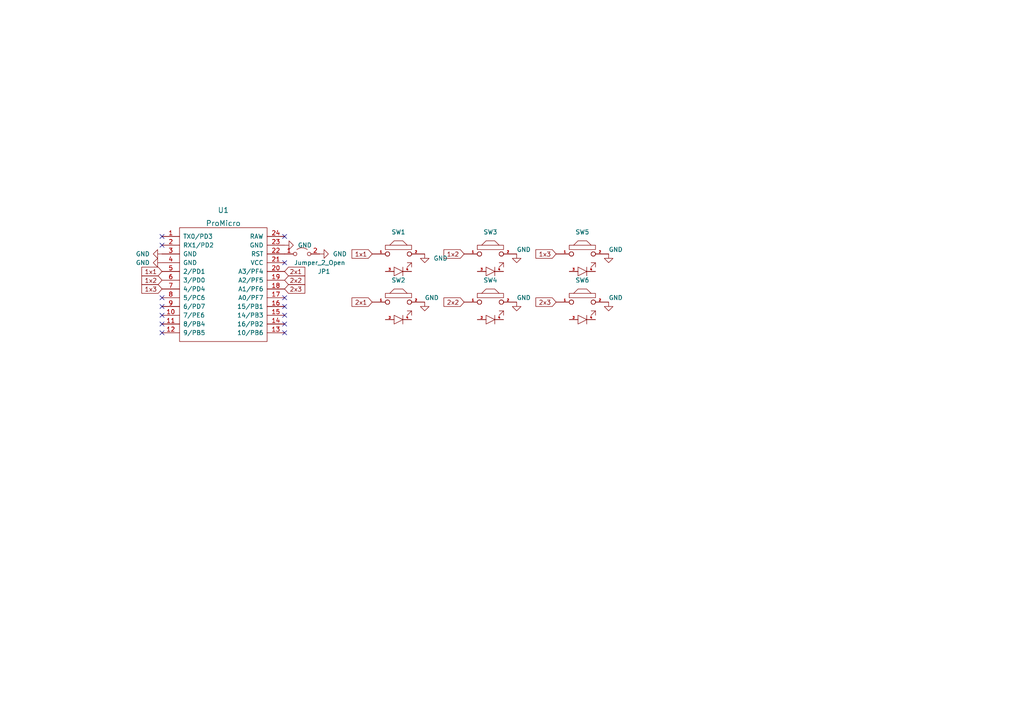
<source format=kicad_sch>
(kicad_sch (version 20211123) (generator eeschema)
  (paper "A4")
  (lib_symbols
    (symbol "Jumper:Jumper_2_Open" (pin_names (offset 0) hide)
      (property "Reference" "JP" (at 0 2.794 0))
      (property "Value" "Jumper_2_Open" (at 0 -2.286 0))
      (symbol "Jumper_2_Open_0_0"
        (circle (center -2.032 0) (radius 0.508))
        (circle (center 2.032 0) (radius 0.508))
      )
      (symbol "Jumper_2_Open_0_1"
        (arc (start 1.524 1.27) (mid 0 1.778) (end -1.524 1.27))
      )
      (symbol "Jumper_2_Open_1_1"
        (pin passive line (at -5.08 0 0) (length 2.54) (name "A") (number "1"))
        (pin passive line (at 5.08 0 180) (length 2.54) (name "B") (number "2"))
      )
    )
    (symbol "keebio:MX" (pin_names (offset 1.016))
      (property "Reference" "SW" (at 0 5.08 0))
      (symbol "MX_0_1"
        (polyline (pts (xy 1.27 -3.81) (xy 1.27 -6.35)))
        (polyline (pts (xy 2.54 -3.81) (xy 3.81 -2.54)))
        (polyline (pts (xy 3.81 -3.81) (xy 3.81 -2.54) (xy 2.54 -2.54)))
        (polyline (pts (xy -2.54 2.54) (xy -1.27 3.81) (xy 1.27 3.81) (xy 2.54 2.54)))
        (polyline (pts (xy -1.27 -3.81) (xy -1.27 -6.35) (xy 1.27 -5.08) (xy -1.27 -3.81)))
        (polyline (pts (xy -3.81 1.27) (xy 3.81 1.27) (xy 3.81 2.54) (xy -3.81 2.54) (xy -3.81 1.27)))
      )
      (symbol "MX_1_1"
        (pin input inverted (at -7.62 0 0) (length 5.08) (name "~") (number "1"))
        (pin input inverted (at 7.62 0 180) (length 5.08) (name "~") (number "2"))
        (pin input line (at -3.81 -5.08 0) (length 2.54) (name "~") (number "3"))
        (pin input line (at 3.81 -5.08 180) (length 2.54) (name "~") (number "4"))
      )
    )
    (symbol "keebio:ProMicro" (pin_names (offset 1.016))
      (property "Reference" "U" (at 0 0 0))
      (property "Value" "ProMicro" (at 0 -19.05 0))
      (symbol "ProMicro_0_1"
        (rectangle (start -12.7 -16.51) (end 12.7 16.51))
      )
      (symbol "ProMicro_1_1"
        (pin input line (at -17.78 13.97 0) (length 5.08) (name "TX0/PD3") (number "1"))
        (pin input line (at -17.78 -8.89 0) (length 5.08) (name "7/PE6") (number "10"))
        (pin input line (at -17.78 -11.43 0) (length 5.08) (name "8/PB4") (number "11"))
        (pin input line (at -17.78 -13.97 0) (length 5.08) (name "9/PB5") (number "12"))
        (pin input line (at 17.78 -13.97 180) (length 5.08) (name "10/PB6") (number "13"))
        (pin input line (at 17.78 -11.43 180) (length 5.08) (name "16/PB2") (number "14"))
        (pin input line (at 17.78 -8.89 180) (length 5.08) (name "14/PB3") (number "15"))
        (pin input line (at 17.78 -6.35 180) (length 5.08) (name "15/PB1") (number "16"))
        (pin input line (at 17.78 -3.81 180) (length 5.08) (name "A0/PF7") (number "17"))
        (pin input line (at 17.78 -1.27 180) (length 5.08) (name "A1/PF6") (number "18"))
        (pin input line (at 17.78 1.27 180) (length 5.08) (name "A2/PF5") (number "19"))
        (pin input line (at -17.78 11.43 0) (length 5.08) (name "RX1/PD2") (number "2"))
        (pin input line (at 17.78 3.81 180) (length 5.08) (name "A3/PF4") (number "20"))
        (pin input line (at 17.78 6.35 180) (length 5.08) (name "VCC") (number "21"))
        (pin input line (at 17.78 8.89 180) (length 5.08) (name "RST") (number "22"))
        (pin input line (at 17.78 11.43 180) (length 5.08) (name "GND") (number "23"))
        (pin input line (at 17.78 13.97 180) (length 5.08) (name "RAW") (number "24"))
        (pin input line (at -17.78 8.89 0) (length 5.08) (name "GND") (number "3"))
        (pin input line (at -17.78 6.35 0) (length 5.08) (name "GND") (number "4"))
        (pin input line (at -17.78 3.81 0) (length 5.08) (name "2/PD1") (number "5"))
        (pin input line (at -17.78 1.27 0) (length 5.08) (name "3/PD0") (number "6"))
        (pin input line (at -17.78 -1.27 0) (length 5.08) (name "4/PD4") (number "7"))
        (pin input line (at -17.78 -3.81 0) (length 5.08) (name "5/PC6") (number "8"))
        (pin input line (at -17.78 -6.35 0) (length 5.08) (name "6/PD7") (number "9"))
      )
    )
    (symbol "power:GND" (power) (pin_names (offset 0))
      (property "Value" "GND" (at 0 -3.81 0))
      (symbol "GND_0_1"
        (polyline (pts (xy 0 0) (xy 0 -1.27) (xy 1.27 -1.27) (xy 0 -2.54) (xy -1.27 -1.27) (xy 0 -1.27)))
      )
      (symbol "GND_1_1"
        (pin power_in line (at 0 0 270) (length 0) hide (name "GND") (number "1"))
      )
    )
  )
  (no_connect (at 82.55 76.2))
  (no_connect (at 82.55 68.58))
  (no_connect (at 46.99 93.98))
  (no_connect (at 46.99 91.44))
  (no_connect (at 46.99 88.9))
  (no_connect (at 46.99 86.36))
  (no_connect (at 46.99 71.12))
  (no_connect (at 46.99 68.58))
  (no_connect (at 82.55 88.9))
  (no_connect (at 82.55 91.44))
  (no_connect (at 82.55 93.98))
  (no_connect (at 82.55 86.36))
  (no_connect (at 82.55 96.52))
  (no_connect (at 46.99 96.52))
  (global_label "1x1" (shape input) (at 107.95 73.66 180) (property "Intersheet References" "${INTERSHEET_REFS}" (effects hide)))
  (global_label "2x2" (shape input) (at 82.55 81.28 0) (property "Intersheet References" "${INTERSHEET_REFS}" (effects hide)))
  (global_label "2x2" (shape input) (at 134.62 87.63 180) (property "Intersheet References" "${INTERSHEET_REFS}" (effects hide)))
  (global_label "2x3" (shape input) (at 82.55 83.82 0) (property "Intersheet References" "${INTERSHEET_REFS}" (effects hide)))
  (global_label "2x1" (shape input) (at 107.95 87.63 180) (property "Intersheet References" "${INTERSHEET_REFS}" (effects hide)))
  (global_label "2x3" (shape input) (at 161.29 87.63 180) (property "Intersheet References" "${INTERSHEET_REFS}" (effects hide)))
  (global_label "2x1" (shape input) (at 82.55 78.74 0) (property "Intersheet References" "${INTERSHEET_REFS}" (effects hide)))
  (global_label "1x1" (shape input) (at 46.99 78.74 180) (property "Intersheet References" "${INTERSHEET_REFS}" (effects hide)))
  (global_label "1x3" (shape input) (at 161.29 73.66 180) (property "Intersheet References" "${INTERSHEET_REFS}" (effects hide)))
  (global_label "1x2" (shape input) (at 46.99 81.28 180) (property "Intersheet References" "${INTERSHEET_REFS}" (effects hide)))
  (global_label "1x3" (shape input) (at 46.99 83.82 180) (property "Intersheet References" "${INTERSHEET_REFS}" (effects hide)))
  (global_label "1x2" (shape input) (at 134.62 73.66 180) (property "Intersheet References" "${INTERSHEET_REFS}" (effects hide)))
  (symbol (lib_id "keebio:MX") (at 168.91 87.63 0) (unit 1)
    (property "Reference" "SW6" (at 168.91 81.28 0))
    (property "Value" "MX" (effects hide))
    (property "Footprint" "Keebio-Parts:MX-Alps-Choc-1U-NoLED" (effects hide))
  )
  (symbol (lib_id "power:GND") (at 176.53 73.66 0) (unit 1)
    (property "Reference" "#PWR0108" (effects hide))
    (property "Value" "GND" (at 176.53 72.39 0) (effects (justify left)))
  )
  (symbol (lib_id "power:GND") (at 123.19 73.66 0) (unit 1)
    (property "Reference" "#PWR0102" (effects hide))
    (property "Value" "GND" (at 125.73 74.9299 0) (effects (justify left)))
  )
  (symbol (lib_id "keebio:ProMicro") (at 64.77 82.55 0) (unit 1)
    (property "Reference" "U1" (at 64.77 60.96 0) (effects (font (size 1.524 1.524))))
    (property "Value" "ProMicro" (at 64.77 64.77 0) (effects (font (size 1.524 1.524))))
    (property "Footprint" "Keebio-Parts:ArduinoProMicro-ZigZag" (effects hide))
  )
  (symbol (lib_id "power:GND") (at 82.55 71.12 90) (unit 1)
    (property "Reference" "#PWR0109" (effects hide))
    (property "Value" "GND" (at 86.36 71.1199 90) (effects (justify right)))
  )
  (symbol (lib_id "power:GND") (at 176.53 87.63 0) (unit 1)
    (property "Reference" "#PWR0107" (effects hide))
    (property "Value" "GND" (at 176.53 86.36 0) (effects (justify left)))
  )
  (symbol (lib_id "power:GND") (at 46.99 73.66 270) (unit 1)
    (property "Reference" "#PWR0106" (effects hide))
    (property "Value" "GND" (at 39.37 73.66 90) (effects (justify left)))
  )
  (symbol (lib_id "power:GND") (at 92.71 73.66 90) (unit 1)
    (property "Reference" "#PWR0110" (effects hide))
    (property "Value" "GND" (at 96.52 73.6599 90) (effects (justify right)))
  )
  (symbol (lib_id "power:GND") (at 149.86 73.66 0) (unit 1)
    (property "Reference" "#PWR0103" (effects hide))
    (property "Value" "GND" (at 149.8599 72.39 0) (effects (justify left)))
  )
  (symbol (lib_id "power:GND") (at 149.86 87.63 0) (unit 1)
    (property "Reference" "#PWR0104" (effects hide))
    (property "Value" "GND" (at 149.86 86.36 0) (effects (justify left)))
  )
  (symbol (lib_id "power:GND") (at 46.99 76.2 270) (unit 1)
    (property "Reference" "#PWR0105" (effects hide))
    (property "Value" "GND" (at 39.37 76.2 90) (effects (justify left)))
  )
  (symbol (lib_id "keebio:MX") (at 142.24 73.66 0) (unit 1)
    (property "Reference" "SW3" (at 142.24 67.31 0))
    (property "Value" "MX" (effects hide))
    (property "Footprint" "Keebio-Parts:MX-Alps-Choc-1U-NoLED" (effects hide))
  )
  (symbol (lib_id "keebio:MX") (at 142.24 87.63 0) (unit 1)
    (property "Reference" "SW4" (at 142.24 81.28 0))
    (property "Value" "MX" (effects hide))
    (property "Footprint" "Keebio-Parts:MX-Alps-Choc-1U-NoLED" (effects hide))
  )
  (symbol (lib_id "keebio:MX") (at 115.57 87.63 0) (unit 1)
    (property "Reference" "SW2" (at 115.57 81.28 0))
    (property "Value" "MX" (effects hide))
    (property "Footprint" "Keebio-Parts:MX-Alps-Choc-1U-NoLED" (effects hide))
  )
  (symbol (lib_id "Jumper:Jumper_2_Open") (at 87.63 73.66 0) (unit 1)
    (property "Reference" "JP1" (at 93.98 78.74 0))
    (property "Value" "Jumper_2_Open" (at 92.71 76.2 0))
    (property "Footprint" "TestPoint:TestPoint_2Pads_Pitch2.54mm_Drill0.8mm" (effects hide))
  )
  (symbol (lib_id "keebio:MX") (at 115.57 73.66 0) (unit 1)
    (property "Reference" "SW1" (at 115.57 67.31 0))
    (property "Value" "MX" (effects hide))
    (property "Footprint" "Keebio-Parts:MX-Alps-Choc-1U-NoLED" (effects hide))
  )
  (symbol (lib_id "power:GND") (at 123.19 87.63 0) (unit 1)
    (property "Reference" "#PWR0101" (effects hide))
    (property "Value" "GND" (at 123.1899 86.36 0) (effects (justify left)))
  )
  (symbol (lib_id "keebio:MX") (at 168.91 73.66 0) (unit 1)
    (property "Reference" "SW5" (at 168.91 67.31 0))
    (property "Value" "MX" (effects hide))
    (property "Footprint" "Keebio-Parts:MX-Alps-Choc-1U-NoLED" (effects hide))
  )
)
</source>
